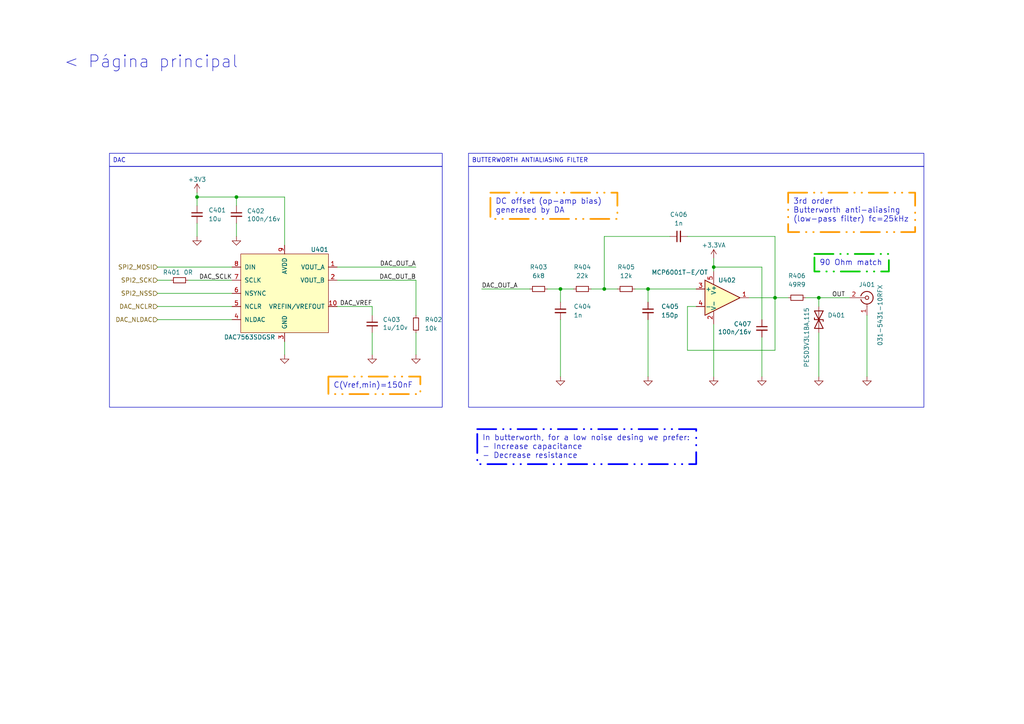
<source format=kicad_sch>
(kicad_sch (version 20250114) (generator "eeschema") (generator_version "9.0")
  (paper "A4")
  (title_block (title "Miced Signal demo board"))
  (lib_symbols
    (symbol "Amplifier_Operational:MCP6001-OT" (pin_names (offset 0.127))
      (property "Reference" "U" (at -1.27 6.35 0))
      (property "Value" "MCP6001-OT" (at -1.27 3.81 0))
      (symbol "MCP6001-OT_0_1"
        (polyline (pts (xy -5.08 5.08) (xy 5.08 0) (xy -5.08 -5.08) (xy -5.08 5.08)) (stroke (width 0.254)) (fill (type background)))
        (pin power_in line (at -2.54 7.62 270) (length 3.81) (name "V+") (number "5"))
        (pin power_in line (at -2.54 -7.62 90) (length 3.81) (name "V-") (number "2"))
      )
      (symbol "MCP6001-OT_1_1"
        (pin input line (at -7.62 2.54 0) (length 2.54) (name "+") (number "3"))
        (pin input line (at -7.62 -2.54 0) (length 2.54) (name "-") (number "4"))
        (pin output line (at 7.62 0 180) (length 2.54) (name "~") (number "1"))
      )
    )
    (symbol "Connector:Conn_Coaxial" (pin_names (offset 1.016) (hide yes))
      (property "Reference" "J401" (at 0 3.81 0))
      (property "Value" "031-5431-10RFX" (at 3.81 -5.08 90))
      (symbol "Conn_Coaxial_0_1"
        (polyline (pts (xy -2.54 0) (xy -0.508 0)))
        (arc (start -1.778 0.508) (mid 0.222 1.8083) (end 1.778 0) (stroke (width 0.254)))
        (arc (start 1.778 0) (mid 0.222 -1.808) (end -1.778 -0.508) (stroke (width 0.254)))
        (circle (center 0 0) (radius 0.508) (stroke (width 0.2032)))
        (polyline (pts (xy 0 -2.54) (xy 0 -1.778)))
      )
      (symbol "Conn_Coaxial_1_1"
        (pin passive line (at -5.08 0 0) (length 2.54) (name "Ext") (number "2"))
        (pin passive line (at 0 -5.08 90) (length 2.54) (name "In") (number "1"))
      )
    )
    (symbol "Device:C_Small" (pin_numbers (hide yes)) (pin_names (offset 0.254) (hide yes))
      (property "Reference" "C" (at 0.254 1.778 0))
      (property "Value" "C_Small" (at 0.254 -2.032 0))
      (symbol "C_Small_0_1"
        (polyline (pts (xy -1.524 0.508) (xy 1.524 0.508)) (stroke (width 0.3048)))
        (polyline (pts (xy -1.524 -0.508) (xy 1.524 -0.508)) (stroke (width 0.3302)))
      )
      (symbol "C_Small_1_1"
        (pin passive line (at 0 2.54 270) (length 2.032) (name "~") (number "1"))
        (pin passive line (at 0 -2.54 90) (length 2.032) (name "~") (number "2"))
      )
    )
    (symbol "Device:D_TVS" (pin_numbers (hide yes)) (pin_names (offset 1.016) (hide yes))
      (property "Reference" "D" (at 0 2.54 0))
      (property "Value" "D_TVS" (at 0 -2.54 0))
      (symbol "D_TVS_0_1"
        (polyline (pts (xy -2.54 1.27) (xy -2.54 -1.27) (xy 2.54 1.27) (xy 2.54 -1.27) (xy -2.54 1.27)) (stroke (width 0.254)))
        (polyline (pts (xy 0.508 1.27) (xy 0 1.27) (xy 0 -1.27) (xy -0.508 -1.27)) (stroke (width 0.254)))
        (polyline (pts (xy 1.27 0) (xy -1.27 0)))
      )
      (symbol "D_TVS_1_1"
        (pin passive line (at -3.81 0 0) (length 2.54) (name "A1") (number "1"))
        (pin passive line (at 3.81 0 180) (length 2.54) (name "A2") (number "2"))
      )
    )
    (symbol "Device:R_Small" (pin_numbers (hide yes)) (pin_names (offset 0.254) (hide yes))
      (property "Reference" "R" (at 0.762 0.508 0))
      (property "Value" "R_Small" (at 0.762 -1.016 0))
      (symbol "R_Small_0_1"
        (rectangle (start -0.762 1.778) (end 0.762 -1.778) (stroke (width 0.2032)))
      )
      (symbol "R_Small_1_1"
        (pin passive line (at 0 2.54 270) (length 0.762) (name "~") (number "1"))
        (pin passive line (at 0 -2.54 90) (length 0.762) (name "~") (number "2"))
      )
    )
    (symbol "PhilsLab-KiCad-Symbols:DAC7563SDGSR" (pin_names (offset 1.016))
      (property "Reference" "U" (at 11.43 12.7 0))
      (property "Value" "PhilsLab-KiCad-Symbols_DAC7563SDGSR" (at 8.89 -12.7 0))
      (symbol "DAC7563SDGSR_0_0"
        (pin output line (at -15.24 7.62 0) (length 2.54) (name "VOUT_A") (number "1"))
        (pin output line (at -15.24 3.81 0) (length 2.54) (name "VOUT_B") (number "2"))
        (pin bidirectional line (at -15.24 -3.81 0) (length 2.54) (name "VREFIN/VREFOUT") (number "10"))
        (pin power_in line (at 0 13.97 270) (length 2.54) (name "AVDD") (number "9"))
        (pin power_in line (at 0 -13.97 90) (length 2.54) (name "GND") (number "3"))
        (pin input line (at 15.24 7.62 180) (length 2.54) (name "DIN") (number "8"))
        (pin input line (at 15.24 3.81 180) (length 2.54) (name "SCLK") (number "7"))
        (pin input line (at 15.24 0 180) (length 2.54) (name "NSYNC") (number "6"))
        (pin input line (at 15.24 -3.81 180) (length 2.54) (name "NCLR") (number "5"))
        (pin input line (at 15.24 -7.62 180) (length 2.54) (name "NLDAC") (number "4"))
      )
      (symbol "DAC7563SDGSR_0_1"
        (rectangle (start -12.7 11.43) (end 12.7 -11.43) (fill (type background)))
      )
    )
    (symbol "power:+3.3VA" (power) (pin_names (offset 0))
      (property "Value" "+3.3VA" (at 0 3.556 0))
      (symbol "+3.3VA_0_1"
        (polyline (pts (xy -0.762 1.27) (xy 0 2.54)))
        (polyline (pts (xy 0 2.54) (xy 0.762 1.27)))
        (polyline (pts (xy 0 0) (xy 0 2.54)))
      )
      (symbol "+3.3VA_1_1"
        (pin power_in line (at 0 0 90) (length 0) (hide yes) (name "+3.3VA") (number "1"))
      )
    )
    (symbol "power:+3V3" (power) (pin_names (offset 0))
      (property "Value" "+3V3" (at 0 3.556 0))
      (symbol "+3V3_0_1"
        (polyline (pts (xy -0.762 1.27) (xy 0 2.54)))
        (polyline (pts (xy 0 2.54) (xy 0.762 1.27)))
        (polyline (pts (xy 0 0) (xy 0 2.54)))
      )
      (symbol "+3V3_1_1"
        (pin power_in line (at 0 0 90) (length 0) (hide yes) (name "+3V3") (number "1"))
      )
    )
    (symbol "power:GND" (power) (pin_names (offset 0))
      (property "Value" "GND" (at 0 -3.81 0))
      (symbol "GND_0_1"
        (polyline (pts (xy 0 0) (xy 0 -1.27) (xy 1.27 -1.27) (xy 0 -2.54) (xy -1.27 -1.27) (xy 0 -1.27)))
      )
      (symbol "GND_1_1"
        (pin power_in line (at 0 0 270) (length 0) (hide yes) (name "GND") (number "1"))
      )
    )
  )
  (rectangle (start 31.75 48.26) (end 128.27 118.11))
  (rectangle (start 135.89 48.26) (end 267.97 118.11))
  (text_box "< Página principal" (at 12.7 12.7 0) (size 62.23 10.16) (margins 2.6249 2.6249 2.6249 2.6249) (stroke (width -0.0001)) (effects (font (size 3.5 3.5))))
  (text_box "DAC" (at 31.75 44.45 0) (size 96.52 3.81) (margins 0.9525 0.9525 0.9525 0.9525) (effects (font (size 1.27 1.27)) (justify left)))
  (text_box "In butterworth, for a low noise desing we prefer:\n- Increase capacitance\n- Decrease resistance" (at 138.43 124.46 0) (size 63.5 10.16) (margins 1.45 1.45 1.45 1.45) (stroke (width 0.5) (type dash_dot_dot) (color 0 0 255 1)) (effects (font (size 1.6 1.6)) (justify left top)))
  (text_box "C(Vref,min)=150nF" (at 95.25 109.22 0) (size 26.67 5.08) (margins 1.45 1.45 1.45 1.45) (stroke (width 0.5) (type dash_dot_dot) (color 255 153 0 1)) (effects (font (size 1.6 1.6)) (justify left top)))
  (text_box "DC offset (op-amp bias) \ngenerated by DA" (at 142.24 55.88 0) (size 36.83 7.62) (margins 1.45 1.45 1.45 1.45) (stroke (width 0.5) (type dash_dot_dot) (color 255 153 0 1)) (effects (font (size 1.6 1.6)) (justify left top)))
  (text_box "BUTTERWORTH ANTIALIASING FILTER" (at 135.89 44.45 0) (size 132.08 3.81) (margins 0.9525 0.9525 0.9525 0.9525) (effects (font (size 1.27 1.27)) (justify left)))
  (text_box "90 Ohm match" (at 236.22 73.66 0) (size 21.59 5.08) (margins 1.45 1.45 1.45 1.45) (stroke (width 0.5) (type dash_dot_dot) (color 0 194 0 1)) (effects (font (size 1.6 1.6)) (justify left top)))
  (text_box "3rd order\nButterworth anti-aliasing \n(low-pass filter) fc=25kHz" (at 228.6 55.88 0) (size 36.83 11.43) (margins 1.45 1.45 1.45 1.45) (stroke (width 0.5) (type dash_dot_dot) (color 255 153 0 1)) (effects (font (size 1.6 1.6)) (justify left top)))
  (junction (at 224.79 86.36))
  (junction (at 187.96 83.82))
  (junction (at 237.49 86.36))
  (junction (at 162.56 83.82))
  (junction (at 57.15 57.15))
  (junction (at 175.26 83.82))
  (junction (at 207.01 77.47))
  (junction (at 68.58 57.15))
  (wire (pts (xy 54.61 81.28) (xy 67.31 81.28)))
  (wire (pts (xy 207.01 93.98) (xy 207.01 109.22)))
  (wire (pts (xy 184.15 83.82) (xy 187.96 83.82)))
  (wire (pts (xy 139.7 83.82) (xy 153.67 83.82)))
  (wire (pts (xy 207.01 77.47) (xy 220.98 77.47)))
  (wire (pts (xy 68.58 57.15) (xy 82.55 57.15)))
  (wire (pts (xy 175.26 83.82) (xy 179.07 83.82)))
  (wire (pts (xy 68.58 57.15) (xy 68.58 59.69)))
  (wire (pts (xy 45.72 92.71) (xy 67.31 92.71)))
  (wire (pts (xy 82.55 99.06) (xy 82.55 102.87)))
  (wire (pts (xy 217.17 86.36) (xy 224.79 86.36)))
  (wire (pts (xy 199.39 68.58) (xy 224.79 68.58)))
  (wire (pts (xy 120.65 96.52) (xy 120.65 102.87)))
  (wire (pts (xy 57.15 57.15) (xy 57.15 59.69)))
  (wire (pts (xy 237.49 96.52) (xy 237.49 109.22)))
  (wire (pts (xy 201.93 83.82) (xy 187.96 83.82)))
  (wire (pts (xy 120.65 81.28) (xy 120.65 91.44)))
  (wire (pts (xy 220.98 97.79) (xy 220.98 109.22)))
  (wire (pts (xy 57.15 64.77) (xy 57.15 68.58)))
  (wire (pts (xy 107.95 96.52) (xy 107.95 102.87)))
  (wire (pts (xy 97.79 81.28) (xy 120.65 81.28)))
  (wire (pts (xy 224.79 68.58) (xy 224.79 86.36)))
  (wire (pts (xy 107.95 88.9) (xy 107.95 91.44)))
  (wire (pts (xy 97.79 77.47) (xy 120.65 77.47)))
  (wire (pts (xy 57.15 57.15) (xy 68.58 57.15)))
  (wire (pts (xy 57.15 55.88) (xy 57.15 57.15)))
  (wire (pts (xy 175.26 83.82) (xy 175.26 68.58)))
  (wire (pts (xy 45.72 81.28) (xy 49.53 81.28)))
  (wire (pts (xy 68.58 64.77) (xy 68.58 68.58)))
  (wire (pts (xy 224.79 86.36) (xy 228.6 86.36)))
  (wire (pts (xy 199.39 101.6) (xy 224.79 101.6)))
  (wire (pts (xy 171.45 83.82) (xy 175.26 83.82)))
  (wire (pts (xy 220.98 77.47) (xy 220.98 92.71)))
  (wire (pts (xy 107.95 88.9) (xy 97.79 88.9)))
  (wire (pts (xy 158.75 83.82) (xy 162.56 83.82)))
  (wire (pts (xy 207.01 77.47) (xy 207.01 78.74)))
  (wire (pts (xy 175.26 68.58) (xy 194.31 68.58)))
  (wire (pts (xy 82.55 57.15) (xy 82.55 71.12)))
  (wire (pts (xy 207.01 74.93) (xy 207.01 77.47)))
  (wire (pts (xy 224.79 101.6) (xy 224.79 86.36)))
  (wire (pts (xy 233.68 86.36) (xy 237.49 86.36)))
  (wire (pts (xy 199.39 88.9) (xy 199.39 101.6)))
  (wire (pts (xy 162.56 92.71) (xy 162.56 109.22)))
  (wire (pts (xy 187.96 92.71) (xy 187.96 109.22)))
  (wire (pts (xy 45.72 85.09) (xy 67.31 85.09)))
  (wire (pts (xy 237.49 86.36) (xy 246.38 86.36)))
  (wire (pts (xy 237.49 88.9) (xy 237.49 86.36)))
  (wire (pts (xy 162.56 83.82) (xy 162.56 87.63)))
  (wire (pts (xy 187.96 83.82) (xy 187.96 87.63)))
  (wire (pts (xy 45.72 77.47) (xy 67.31 77.47)))
  (wire (pts (xy 201.93 88.9) (xy 199.39 88.9)))
  (wire (pts (xy 162.56 83.82) (xy 166.37 83.82)))
  (wire (pts (xy 251.46 91.44) (xy 251.46 109.22)))
  (wire (pts (xy 45.72 88.9) (xy 67.31 88.9)))
  (label "DAC_SCLK" (at 67.31 81.28 180))
  (label "OUT" (at 241.3 86.36 0))
  (label "DAC_OUT_A" (at 120.65 77.47 180))
  (label "DAC_OUT_B" (at 120.65 81.28 180))
  (label "DAC_OUT_A" (at 139.7 83.82 0))
  (label "DAC_VREF" (at 107.95 88.9 180))
  (hierarchical_label "SPI2_SCK" (shape input) (at 45.72 81.28 180))
  (hierarchical_label "SPI2_MOSI" (shape input) (at 45.72 77.47 180))
  (hierarchical_label "SPI2_NSS" (shape input) (at 45.72 85.09 180))
  (hierarchical_label "DAC_NLDAC" (shape input) (at 45.72 92.71 180))
  (hierarchical_label "DAC_NCLR" (shape input) (at 45.72 88.9 180))
  (symbol (lib_id "Device:C_Small") (at 196.85 68.58 90) (unit 1)
    (property "Reference" "C406" (at 196.8563 62.23 90))
    (property "Value" "1n" (at 196.8563 64.77 90))
    (property "Footprint" "Capacitor_SMD:C_0402_1005Metric" (effects (hide yes)))
    (property "Description" "Unpolarized capacitor, small symbol" (effects (hide yes)))
  )
  (symbol (lib_id "PhilsLab-KiCad-Symbols:DAC7563SDGSR") (at 82.55 85.09 0) (mirror y) (unit 1)
    (property "Reference" "U401" (at 92.71 72.39 0))
    (property "Value" "DAC7563SDGSR" (at 72.39 97.79 0))
    (property "Footprint" "basic_proyect:VSSOP-10" (effects (hide yes)))
  )
  (symbol (lib_id "Device:R_Small") (at 168.91 83.82 270) (unit 1)
    (property "Reference" "R404" (at 168.91 77.47 90))
    (property "Value" "22k" (at 168.91 80.01 90))
    (property "Footprint" "Resistor_SMD:R_0402_1005Metric" (effects (hide yes)))
    (property "Description" "Resistor, small symbol" (effects (hide yes)))
  )
  (symbol (lib_id "Device:C_Small") (at 107.95 93.98 0) (mirror y) (unit 1)
    (property "Reference" "C403" (at 110.998 92.71 0) (effects (justify right)))
    (property "Value" "1u/10v" (at 110.998 94.996 0) (effects (justify right)))
    (property "Footprint" "Capacitor_SMD:C_0402_1005Metric_Pad0.74x0.62mm_HandSolder" (effects (hide yes)))
    (property "Datasheet" "https://mm.digikey.com/Volume0/opasdata/d220001/medias/docus/609/CL05B104KP5NNNC_Spec.pdf" (effects (hide yes)))
    (property "Description" "X7R 10%" (effects (hide yes)))
    (property "MANF_NAME" "Murata" (effects (hide yes)))
    (property "PART_NUMBER" "CL05B104KP5NNNC" (effects (hide yes)))
    (property "Provider" "https://www.digikey.es/es/products/detail/samsung-electro-mechanics/CL05B104KP5NNNC/3886660" (effects (hide yes)))
  )
  (symbol (lib_id "Connector:Conn_Coaxial") (at 251.46 86.36 0) (unit 1)
    (property "Reference" "J401" (at 251.46 82.55 0))
    (property "Value" "031-5431-10RFX" (at 255.27 91.44 90))
    (property "Footprint" "basic_proyect:031-5431-10RFX" (effects (hide yes)))
    (property "Datasheet" " ~" (effects (hide yes)))
  )
  (symbol (lib_id "power:GND") (at 251.46 109.22 0) (unit 1)
    (property "Reference" "#PWR0413" (effects (hide yes)))
    (property "Value" "GND" (effects (hide yes)))
  )
  (symbol (lib_id "Device:R_Small") (at 52.07 81.28 90) (mirror x) (unit 1)
    (property "Reference" "R401" (at 49.784 78.994 90))
    (property "Value" "0R" (at 54.61 78.994 90))
    (property "Footprint" "Resistor_SMD:R_0402_1005Metric" (effects (hide yes)))
    (property "Description" "Resistor, small symbol" (effects (hide yes)))
  )
  (symbol (lib_id "power:GND") (at 237.49 109.22 0) (unit 1)
    (property "Reference" "#PWR0412" (effects (hide yes)))
    (property "Value" "GND" (effects (hide yes)))
  )
  (symbol (lib_id "Device:R_Small") (at 231.14 86.36 270) (unit 1)
    (property "Reference" "R406" (at 231.14 80.01 90))
    (property "Value" "49R9" (at 231.14 82.55 90))
    (property "Footprint" "Resistor_SMD:R_0402_1005Metric" (effects (hide yes)))
    (property "Description" "Resistor, small symbol" (effects (hide yes)))
  )
  (symbol (lib_id "power:+3V3") (at 57.15 55.88 0) (mirror y) (unit 1)
    (property "Reference" "#PWR0401" (effects (hide yes)))
    (property "Value" "+3V3" (at 57.15 52.07 0))
  )
  (symbol (lib_id "Device:R_Small") (at 120.65 93.98 0) (unit 1)
    (property "Reference" "R402" (at 123.19 92.71 0) (effects (justify left)))
    (property "Value" "10k" (at 123.19 95.25 0) (effects (justify left)))
    (property "Footprint" "Resistor_SMD:R_0402_1005Metric" (effects (hide yes)))
    (property "Description" "Resistor, small symbol" (effects (hide yes)))
  )
  (symbol (lib_id "Device:C_Small") (at 68.58 62.23 0) (mirror y) (unit 1)
    (property "Reference" "C402" (at 71.628 61.214 0) (effects (justify right)))
    (property "Value" "100n/16v" (at 71.628 63.5 0) (effects (justify right)))
    (property "Footprint" "Capacitor_SMD:C_0402_1005Metric_Pad0.74x0.62mm_HandSolder" (effects (hide yes)))
    (property "Datasheet" "https://search.murata.co.jp/Ceramy/image/img/A01X/G101/ENG/GRM155R71C104KA88-01.pdf" (effects (hide yes)))
    (property "Description" "X7R 10%" (effects (hide yes)))
    (property "MANF_NAME" "Murata" (effects (hide yes)))
    (property "PART_NUMBER" "GRM155R71C104KA88J" (effects (hide yes)))
    (property "Provider" "https://www.digikey.es/es/products/detail/murata-electronics/GRM155R71C104KA88J/2610892" (effects (hide yes)))
  )
  (symbol (lib_id "Amplifier_Operational:MCP6001-OT") (at 209.55 86.36 0) (unit 1)
    (property "Reference" "U402" (at 208.28 81.28 0) (effects (justify left)))
    (property "Value" "MCP6001T-E/OT" (at 188.976 78.994 0) (effects (justify left)))
    (property "Footprint" "Package_TO_SOT_SMD:SOT-23-5" (effects (hide yes)))
    (property "Datasheet" "http://ww1.microchip.com/downloads/en/DeviceDoc/21733j.pdf" (effects (hide yes)))
  )
  (symbol (lib_id "power:GND") (at 82.55 102.87 0) (mirror y) (unit 1)
    (property "Reference" "#PWR0404" (effects (hide yes)))
    (property "Value" "GND" (effects (hide yes)))
  )
  (symbol (lib_id "Device:R_Small") (at 181.61 83.82 270) (unit 1)
    (property "Reference" "R405" (at 181.61 77.47 90))
    (property "Value" "12k" (at 181.61 80.01 90))
    (property "Footprint" "Resistor_SMD:R_0402_1005Metric" (effects (hide yes)))
    (property "Description" "Resistor, small symbol" (effects (hide yes)))
  )
  (symbol (lib_id "power:GND") (at 207.01 109.22 0) (unit 1)
    (property "Reference" "#PWR0410" (effects (hide yes)))
    (property "Value" "GND" (effects (hide yes)))
  )
  (symbol (lib_id "power:+3.3VA") (at 207.01 74.93 0) (unit 1)
    (property "Reference" "#PWR0409" (effects (hide yes)))
    (property "Value" "+3.3VA" (at 207.01 71.12 0))
  )
  (symbol (lib_id "power:GND") (at 68.58 68.58 0) (mirror y) (unit 1)
    (property "Reference" "#PWR0403" (effects (hide yes)))
    (property "Value" "GND" (effects (hide yes)))
  )
  (symbol (lib_id "power:GND") (at 107.95 102.87 0) (mirror y) (unit 1)
    (property "Reference" "#PWR0405" (effects (hide yes)))
    (property "Value" "GND" (effects (hide yes)))
  )
  (symbol (lib_id "power:GND") (at 187.96 109.22 0) (unit 1)
    (property "Reference" "#PWR0408" (effects (hide yes)))
    (property "Value" "GND" (effects (hide yes)))
  )
  (symbol (lib_id "Device:R_Small") (at 156.21 83.82 270) (unit 1)
    (property "Reference" "R403" (at 156.21 77.47 90))
    (property "Value" "6k8" (at 156.21 80.01 90))
    (property "Footprint" "Resistor_SMD:R_0402_1005Metric" (effects (hide yes)))
    (property "Description" "Resistor, small symbol" (effects (hide yes)))
  )
  (symbol (lib_id "Device:C_Small") (at 220.98 95.25 0) (mirror y) (unit 1)
    (property "Reference" "C407" (at 217.932 93.98 0) (effects (justify left)))
    (property "Value" "100n/16v" (at 217.932 96.266 0) (effects (justify left)))
    (property "Footprint" "Capacitor_SMD:C_0402_1005Metric_Pad0.74x0.62mm_HandSolder" (effects (hide yes)))
    (property "Datasheet" "https://search.murata.co.jp/Ceramy/image/img/A01X/G101/ENG/GRM155R71C104KA88-01.pdf" (effects (hide yes)))
    (property "Description" "X7R 10%" (effects (hide yes)))
    (property "MANF_NAME" "Murata" (effects (hide yes)))
    (property "PART_NUMBER" "GRM155R71C104KA88J" (effects (hide yes)))
    (property "Provider" "https://www.digikey.es/es/products/detail/murata-electronics/GRM155R71C104KA88J/2610892" (effects (hide yes)))
  )
  (symbol (lib_id "power:GND") (at 162.56 109.22 0) (unit 1)
    (property "Reference" "#PWR0407" (effects (hide yes)))
    (property "Value" "GND" (effects (hide yes)))
  )
  (symbol (lib_id "Device:C_Small") (at 187.96 90.17 0) (unit 1)
    (property "Reference" "C405" (at 191.77 88.9 0) (effects (justify left)))
    (property "Value" "150p" (at 191.77 91.44 0) (effects (justify left)))
    (property "Footprint" "Capacitor_SMD:C_0402_1005Metric" (effects (hide yes)))
    (property "Description" "Unpolarized capacitor, small symbol" (effects (hide yes)))
  )
  (symbol (lib_id "power:GND") (at 220.98 109.22 0) (unit 1)
    (property "Reference" "#PWR0411" (effects (hide yes)))
    (property "Value" "GND" (effects (hide yes)))
  )
  (symbol (lib_id "power:GND") (at 120.65 102.87 0) (mirror y) (unit 1)
    (property "Reference" "#PWR0406" (effects (hide yes)))
    (property "Value" "GND" (effects (hide yes)))
  )
  (symbol (lib_id "Device:C_Small") (at 162.56 90.17 0) (unit 1)
    (property "Reference" "C404" (at 166.37 88.9 0) (effects (justify left)))
    (property "Value" "1n" (at 166.37 91.44 0) (effects (justify left)))
    (property "Footprint" "Capacitor_SMD:C_0402_1005Metric" (effects (hide yes)))
    (property "Description" "Unpolarized capacitor, small symbol" (effects (hide yes)))
  )
  (symbol (lib_id "Device:D_TVS") (at 237.49 92.71 270) (unit 1)
    (property "Reference" "D401" (at 240.03 91.44 90) (effects (justify left)))
    (property "Value" "PESD3V3L1BA,115" (at 233.934 89.154 0) (effects (justify left)))
    (property "Footprint" "Diode_SMD:D_SOD-323" (effects (hide yes)))
  )
  (symbol (lib_id "Device:C_Small") (at 57.15 62.23 0) (unit 1)
    (property "Reference" "C401" (at 60.452 60.96 0) (effects (justify left)))
    (property "Value" "10u" (at 60.452 63.5 0) (effects (justify left)))
    (property "Footprint" "Capacitor_SMD:C_0603_1608Metric" (effects (hide yes)))
    (property "Description" "Unpolarized capacitor, small symbol" (effects (hide yes)))
  )
  (symbol (lib_id "power:GND") (at 57.15 68.58 0) (mirror y) (unit 1)
    (property "Reference" "#PWR0402" (effects (hide yes)))
    (property "Value" "GND" (effects (hide yes)))
  )
)
</source>
